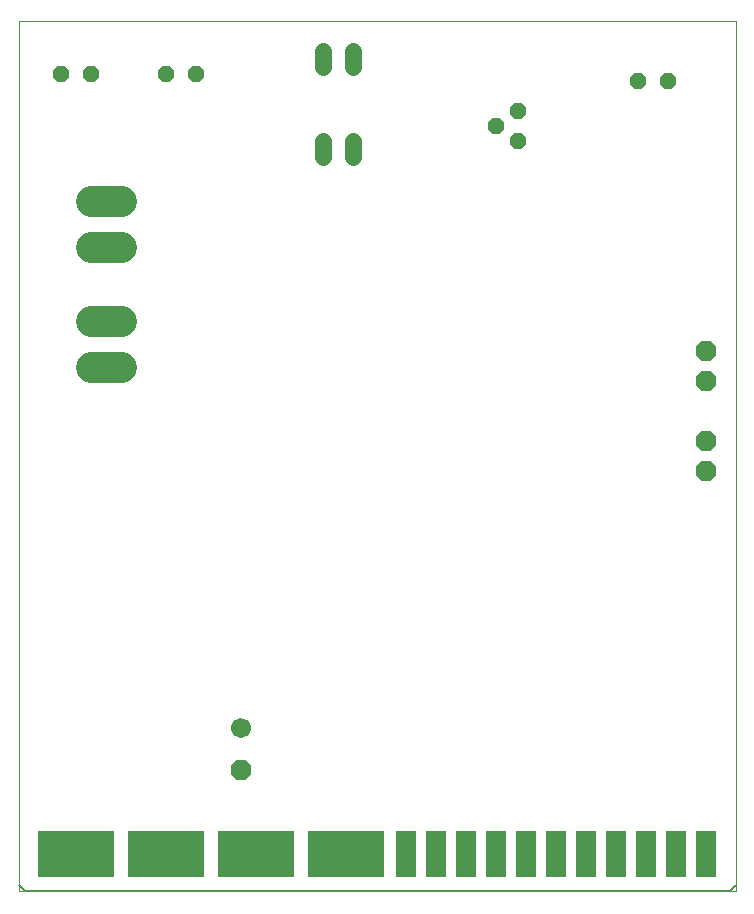
<source format=gbs>
G75*
%MOIN*%
%OFA0B0*%
%FSLAX25Y25*%
%IPPOS*%
%LPD*%
%AMOC8*
5,1,8,0,0,1.08239X$1,22.5*
%
%ADD10C,0.00000*%
%ADD11OC8,0.06700*%
%ADD12C,0.06700*%
%ADD13OC8,0.05600*%
%ADD14C,0.05600*%
%ADD15R,0.06900X0.15400*%
%ADD16R,0.25400X0.15400*%
%ADD17C,0.00500*%
%ADD18C,0.10439*%
D10*
X0027500Y0034500D02*
X0027500Y0324500D01*
X0266500Y0324500D01*
X0266500Y0034500D01*
X0027500Y0034500D01*
D11*
X0101500Y0075000D03*
X0256500Y0174500D03*
X0256500Y0184500D03*
X0256500Y0204500D03*
X0256500Y0214500D03*
D12*
X0101500Y0089000D03*
D13*
X0194000Y0284500D03*
X0186500Y0289500D03*
X0194000Y0294500D03*
X0234000Y0304500D03*
X0244000Y0304500D03*
X0086500Y0307000D03*
X0076500Y0307000D03*
X0051500Y0307000D03*
X0041500Y0307000D03*
D14*
X0129000Y0309400D02*
X0129000Y0314600D01*
X0139000Y0314600D02*
X0139000Y0309400D01*
X0139000Y0284600D02*
X0139000Y0279400D01*
X0129000Y0279400D02*
X0129000Y0284600D01*
D15*
X0156500Y0047000D03*
X0166500Y0047000D03*
X0176500Y0047000D03*
X0186500Y0047000D03*
X0196500Y0047000D03*
X0206500Y0047000D03*
X0216500Y0047000D03*
X0226500Y0047000D03*
X0236500Y0047000D03*
X0246500Y0047000D03*
X0256500Y0047000D03*
D16*
X0136500Y0047000D03*
X0106500Y0047000D03*
X0076500Y0047000D03*
X0046500Y0047000D03*
D17*
X0029500Y0034500D02*
X0149000Y0034500D01*
X0153200Y0034500D01*
X0264500Y0034500D01*
X0266500Y0036500D01*
X0029500Y0034500D02*
X0027500Y0036500D01*
D18*
X0051480Y0209205D02*
X0061520Y0209205D01*
X0061520Y0224795D02*
X0051480Y0224795D01*
X0051480Y0249205D02*
X0061520Y0249205D01*
X0061520Y0264795D02*
X0051480Y0264795D01*
M02*

</source>
